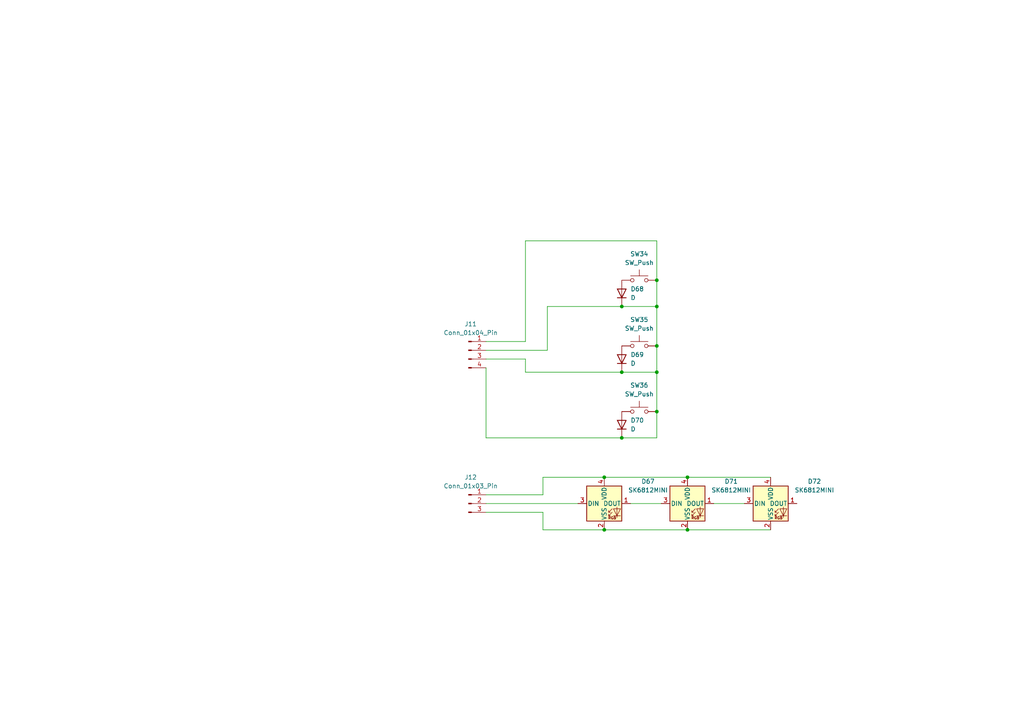
<source format=kicad_sch>
(kicad_sch (version 20250114) (generator "eeschema") (generator_version "9.0")
  (paper "A4")
  (lib_symbols
    (symbol "Connector:Conn_01x03_Pin" (pin_names (offset 1.016) (hide yes))
      (property "Reference" "J" (at 0 5.08 0))
      (property "Value" "Conn_01x03_Pin" (at 0 -5.08 0))
      (symbol "Conn_01x03_Pin_1_1"
        (rectangle (start 0.8636 2.667) (end 0 2.413) (stroke (width 0.1524)) (fill (type outline)))
        (rectangle (start 0.8636 0.127) (end 0 -0.127) (stroke (width 0.1524)) (fill (type outline)))
        (rectangle (start 0.8636 -2.413) (end 0 -2.667) (stroke (width 0.1524)) (fill (type outline)))
        (polyline (pts (xy 1.27 2.54) (xy 0.8636 2.54)) (stroke (width 0.1524)))
        (polyline (pts (xy 1.27 0) (xy 0.8636 0)) (stroke (width 0.1524)))
        (polyline (pts (xy 1.27 -2.54) (xy 0.8636 -2.54)) (stroke (width 0.1524)))
        (pin passive line (at 5.08 2.54 180) (length 3.81) (name "Pin_1") (number "1"))
        (pin passive line (at 5.08 0 180) (length 3.81) (name "Pin_2") (number "2"))
        (pin passive line (at 5.08 -2.54 180) (length 3.81) (name "Pin_3") (number "3"))
      )
    )
    (symbol "Connector:Conn_01x04_Pin" (pin_names (offset 1.016) (hide yes))
      (property "Reference" "J" (at 0 5.08 0))
      (property "Value" "Conn_01x04_Pin" (at 0 -7.62 0))
      (symbol "Conn_01x04_Pin_1_1"
        (rectangle (start 0.8636 2.667) (end 0 2.413) (stroke (width 0.1524)) (fill (type outline)))
        (rectangle (start 0.8636 0.127) (end 0 -0.127) (stroke (width 0.1524)) (fill (type outline)))
        (rectangle (start 0.8636 -2.413) (end 0 -2.667) (stroke (width 0.1524)) (fill (type outline)))
        (rectangle (start 0.8636 -4.953) (end 0 -5.207) (stroke (width 0.1524)) (fill (type outline)))
        (polyline (pts (xy 1.27 2.54) (xy 0.8636 2.54)) (stroke (width 0.1524)))
        (polyline (pts (xy 1.27 0) (xy 0.8636 0)) (stroke (width 0.1524)))
        (polyline (pts (xy 1.27 -2.54) (xy 0.8636 -2.54)) (stroke (width 0.1524)))
        (polyline (pts (xy 1.27 -5.08) (xy 0.8636 -5.08)) (stroke (width 0.1524)))
        (pin passive line (at 5.08 2.54 180) (length 3.81) (name "Pin_1") (number "1"))
        (pin passive line (at 5.08 0 180) (length 3.81) (name "Pin_2") (number "2"))
        (pin passive line (at 5.08 -2.54 180) (length 3.81) (name "Pin_3") (number "3"))
        (pin passive line (at 5.08 -5.08 180) (length 3.81) (name "Pin_4") (number "4"))
      )
    )
    (symbol "Device:D" (pin_numbers (hide yes)) (pin_names (offset 1.016) (hide yes))
      (property "Reference" "D" (at 0 2.54 0))
      (property "Value" "D" (at 0 -2.54 0))
      (symbol "D_0_1"
        (polyline (pts (xy -1.27 1.27) (xy -1.27 -1.27)) (stroke (width 0.254)))
        (polyline (pts (xy 1.27 1.27) (xy 1.27 -1.27) (xy -1.27 0) (xy 1.27 1.27)) (stroke (width 0.254)))
        (polyline (pts (xy 1.27 0) (xy -1.27 0)))
      )
      (symbol "D_1_1"
        (pin passive line (at -3.81 0 0) (length 2.54) (name "K") (number "1"))
        (pin passive line (at 3.81 0 180) (length 2.54) (name "A") (number "2"))
      )
    )
    (symbol "LED:SK6812MINI" (pin_names (offset 0.254))
      (property "Reference" "D" (at 5.08 5.715 0))
      (property "Value" "SK6812MINI" (at 1.27 -5.715 0))
      (symbol "SK6812MINI_0_0"
        (text "RGB" (at 2.286 -4.191 0) (effects (font (size 0.762 0.762))))
      )
      (symbol "SK6812MINI_0_1"
        (polyline (pts (xy 1.27 -2.54) (xy 1.778 -2.54)))
        (polyline (pts (xy 1.27 -3.556) (xy 1.778 -3.556)))
        (polyline (pts (xy 2.286 -1.524) (xy 1.27 -2.54) (xy 1.27 -2.032)))
        (polyline (pts (xy 2.286 -2.54) (xy 1.27 -3.556) (xy 1.27 -3.048)))
        (polyline (pts (xy 3.683 -1.016) (xy 3.683 -3.556) (xy 3.683 -4.064)))
        (polyline (pts (xy 4.699 -1.524) (xy 2.667 -1.524) (xy 3.683 -3.556) (xy 4.699 -1.524)))
        (polyline (pts (xy 4.699 -3.556) (xy 2.667 -3.556)))
        (rectangle (start 5.08 5.08) (end -5.08 -5.08) (stroke (width 0.254)) (fill (type background)))
      )
      (symbol "SK6812MINI_1_1"
        (pin input line (at -7.62 0 0) (length 2.54) (name "DIN") (number "3"))
        (pin power_in line (at 0 7.62 270) (length 2.54) (name "VDD") (number "4"))
        (pin power_in line (at 0 -7.62 90) (length 2.54) (name "VSS") (number "2"))
        (pin output line (at 7.62 0 180) (length 2.54) (name "DOUT") (number "1"))
      )
    )
    (symbol "Switch:SW_Push" (pin_numbers (hide yes)) (pin_names (offset 1.016) (hide yes))
      (property "Reference" "SW" (at 1.27 2.54 0))
      (property "Value" "SW_Push" (at 0 -1.524 0))
      (symbol "SW_Push_0_1"
        (circle (center -2.032 0) (radius 0.508))
        (polyline (pts (xy 0 1.27) (xy 0 3.048)))
        (circle (center 2.032 0) (radius 0.508))
        (polyline (pts (xy 2.54 1.27) (xy -2.54 1.27)))
        (pin passive line (at -5.08 0 0) (length 2.54) (name "1") (number "1"))
        (pin passive line (at 5.08 0 180) (length 2.54) (name "2") (number "2"))
      )
    )
  )
  (junction (at 190.5 107.95))
  (junction (at 175.26 153.67))
  (junction (at 190.5 81.28))
  (junction (at 190.5 119.38))
  (junction (at 199.39 153.67))
  (junction (at 180.34 88.9))
  (junction (at 180.34 107.95))
  (junction (at 180.34 127))
  (junction (at 190.5 88.9))
  (junction (at 190.5 100.33))
  (junction (at 175.26 138.43))
  (junction (at 199.39 138.43))
  (wire (pts (xy 199.39 153.67) (xy 223.52 153.67)))
  (wire (pts (xy 158.75 101.6) (xy 140.97 101.6)))
  (wire (pts (xy 140.97 127) (xy 140.97 106.68)))
  (wire (pts (xy 180.34 88.9) (xy 190.5 88.9)))
  (wire (pts (xy 157.48 138.43) (xy 175.26 138.43)))
  (wire (pts (xy 158.75 88.9) (xy 180.34 88.9)))
  (wire (pts (xy 157.48 148.59) (xy 157.48 153.67)))
  (wire (pts (xy 180.34 127) (xy 190.5 127)))
  (wire (pts (xy 190.5 81.28) (xy 190.5 88.9)))
  (wire (pts (xy 199.39 138.43) (xy 223.52 138.43)))
  (wire (pts (xy 175.26 153.67) (xy 199.39 153.67)))
  (wire (pts (xy 157.48 143.51) (xy 157.48 138.43)))
  (wire (pts (xy 190.5 69.85) (xy 152.4 69.85)))
  (wire (pts (xy 190.5 119.38) (xy 190.5 127)))
  (wire (pts (xy 158.75 88.9) (xy 158.75 101.6)))
  (wire (pts (xy 190.5 69.85) (xy 190.5 81.28)))
  (wire (pts (xy 190.5 100.33) (xy 190.5 107.95)))
  (wire (pts (xy 140.97 146.05) (xy 167.64 146.05)))
  (wire (pts (xy 175.26 138.43) (xy 199.39 138.43)))
  (wire (pts (xy 152.4 104.14) (xy 140.97 104.14)))
  (wire (pts (xy 207.01 146.05) (xy 215.9 146.05)))
  (wire (pts (xy 140.97 148.59) (xy 157.48 148.59)))
  (wire (pts (xy 190.5 107.95) (xy 190.5 119.38)))
  (wire (pts (xy 157.48 153.67) (xy 175.26 153.67)))
  (wire (pts (xy 152.4 99.06) (xy 140.97 99.06)))
  (wire (pts (xy 152.4 107.95) (xy 152.4 104.14)))
  (wire (pts (xy 182.88 146.05) (xy 191.77 146.05)))
  (wire (pts (xy 190.5 88.9) (xy 190.5 100.33)))
  (wire (pts (xy 180.34 107.95) (xy 190.5 107.95)))
  (wire (pts (xy 140.97 127) (xy 180.34 127)))
  (wire (pts (xy 152.4 69.85) (xy 152.4 99.06)))
  (wire (pts (xy 152.4 107.95) (xy 180.34 107.95)))
  (wire (pts (xy 140.97 143.51) (xy 157.48 143.51)))
  (symbol (lib_id "Device:D") (at 180.34 123.19 90) (unit 1)
    (property "Reference" "D70" (at 182.88 121.9199 90) (effects (justify right)))
    (property "Value" "D" (at 182.88 124.4599 90) (effects (justify right)))
    (property "Footprint" "Diode_THT:D_DO-35_SOD27_P7.62mm_Horizontal" (effects (hide yes)))
    (property "Description" "Diode" (effects (hide yes)))
    (property "Sim.Device" "D" (effects (hide yes)))
    (property "Sim.Pins" "1=K 2=A" (effects (hide yes)))
    (instances (project "Keyboard" (path "" (reference "D70") (unit 1)) (path "" (reference "D18") (unit 1))))
  )
  (symbol (lib_id "Switch:SW_Push") (at 185.42 81.28 0) (unit 1)
    (property "Reference" "SW34" (at 185.42 73.66 0))
    (property "Value" "SW_Push" (at 185.42 76.2 0))
    (property "Footprint" "Choc-V1:Kailh-PG1353-Solderable-1U" (effects (hide yes)))
    (property "Description" "Push button switch, generic, two pins" (effects (hide yes)))
    (instances (project "Keyboard" (path "" (reference "SW34") (unit 1)) (path "" (reference "SW16") (unit 1))))
  )
  (symbol (lib_id "LED:SK6812MINI") (at 175.26 146.05 0) (unit 1)
    (property "Reference" "D67" (at 187.96 139.6298 0))
    (property "Value" "SK6812MINI" (at 187.96 142.1698 0))
    (property "Footprint" "LED_SMD:LED_SK6812MINI_PLCC4_3.5x3.5mm_P1.75mm" (effects (hide yes)))
    (property "Datasheet" "https://cdn-shop.adafruit.com/product-files/2686/SK6812MINI_REV.01-1-2.pdf" (effects (hide yes)))
    (property "Description" "RGB LED with integrated controller" (effects (hide yes)))
    (instances (project "Keyboard" (path "" (reference "D67") (unit 1)) (path "" (reference "D49") (unit 1))))
  )
  (symbol (lib_id "Switch:SW_Push") (at 185.42 119.38 0) (unit 1)
    (property "Reference" "SW36" (at 185.42 111.76 0))
    (property "Value" "SW_Push" (at 185.42 114.3 0))
    (property "Footprint" "Choc-V1:Kailh-PG1353-Solderable-1U" (effects (hide yes)))
    (property "Description" "Push button switch, generic, two pins" (effects (hide yes)))
    (instances (project "Keyboard" (path "" (reference "SW36") (unit 1)) (path "" (reference "SW18") (unit 1))))
  )
  (symbol (lib_id "Connector:Conn_01x03_Pin") (at 135.89 146.05 0) (unit 1)
    (property "Reference" "J12" (at 136.525 138.43 0))
    (property "Value" "Conn_01x03_Pin" (at 136.525 140.97 0))
    (property "Footprint" "Connector_PinSocket_2.54mm:PinSocket_1x03_P2.54mm_Vertical" (effects (hide yes)))
    (property "Description" "Generic connector, single row, 01x03, script generated" (effects (hide yes)))
    (instances (project "Keyboard" (path "" (reference "J12") (unit 1)) (path "" (reference "J7") (unit 1))))
  )
  (symbol (lib_id "Switch:SW_Push") (at 185.42 100.33 0) (unit 1)
    (property "Reference" "SW35" (at 185.42 92.71 0))
    (property "Value" "SW_Push" (at 185.42 95.25 0))
    (property "Footprint" "Choc-V1:Kailh-PG1353-Solderable-1U" (effects (hide yes)))
    (property "Description" "Push button switch, generic, two pins" (effects (hide yes)))
    (instances (project "Keyboard" (path "" (reference "SW35") (unit 1)) (path "" (reference "SW17") (unit 1))))
  )
  (symbol (lib_id "Device:D") (at 180.34 104.14 90) (unit 1)
    (property "Reference" "D69" (at 182.88 102.8699 90) (effects (justify right)))
    (property "Value" "D" (at 182.88 105.4099 90) (effects (justify right)))
    (property "Footprint" "Diode_THT:D_DO-35_SOD27_P7.62mm_Horizontal" (effects (hide yes)))
    (property "Description" "Diode" (effects (hide yes)))
    (property "Sim.Device" "D" (effects (hide yes)))
    (property "Sim.Pins" "1=K 2=A" (effects (hide yes)))
    (instances (project "Keyboard" (path "" (reference "D69") (unit 1)) (path "" (reference "D17") (unit 1))))
  )
  (symbol (lib_id "LED:SK6812MINI") (at 199.39 146.05 0) (unit 1)
    (property "Reference" "D71" (at 212.09 139.6298 0))
    (property "Value" "SK6812MINI" (at 212.09 142.1698 0))
    (property "Footprint" "LED_SMD:LED_SK6812MINI_PLCC4_3.5x3.5mm_P1.75mm" (effects (hide yes)))
    (property "Datasheet" "https://cdn-shop.adafruit.com/product-files/2686/SK6812MINI_REV.01-1-2.pdf" (effects (hide yes)))
    (property "Description" "RGB LED with integrated controller" (effects (hide yes)))
    (instances (project "Keyboard" (path "" (reference "D71") (unit 1)) (path "" (reference "D50") (unit 1))))
  )
  (symbol (lib_id "Device:D") (at 180.34 85.09 90) (unit 1)
    (property "Reference" "D68" (at 182.88 83.8199 90) (effects (justify right)))
    (property "Value" "D" (at 182.88 86.3599 90) (effects (justify right)))
    (property "Footprint" "Diode_THT:D_DO-35_SOD27_P7.62mm_Horizontal" (effects (hide yes)))
    (property "Description" "Diode" (effects (hide yes)))
    (property "Sim.Device" "D" (effects (hide yes)))
    (property "Sim.Pins" "1=K 2=A" (effects (hide yes)))
    (instances (project "Keyboard" (path "" (reference "D68") (unit 1)) (path "" (reference "D16") (unit 1))))
  )
  (symbol (lib_id "LED:SK6812MINI") (at 223.52 146.05 0) (unit 1)
    (property "Reference" "D72" (at 236.22 139.6298 0))
    (property "Value" "SK6812MINI" (at 236.22 142.1698 0))
    (property "Footprint" "LED_SMD:LED_SK6812MINI_PLCC4_3.5x3.5mm_P1.75mm" (effects (hide yes)))
    (property "Datasheet" "https://cdn-shop.adafruit.com/product-files/2686/SK6812MINI_REV.01-1-2.pdf" (effects (hide yes)))
    (property "Description" "RGB LED with integrated controller" (effects (hide yes)))
    (instances (project "Keyboard" (path "" (reference "D72") (unit 1)) (path "" (reference "D51") (unit 1))))
  )
  (symbol (lib_id "Connector:Conn_01x04_Pin") (at 135.89 101.6 0) (unit 1)
    (property "Reference" "J11" (at 136.525 93.98 0))
    (property "Value" "Conn_01x04_Pin" (at 136.525 96.52 0))
    (property "Footprint" "Connector_PinSocket_2.54mm:PinSocket_1x04_P2.54mm_Vertical" (effects (hide yes)))
    (property "Description" "Generic connector, single row, 01x04, script generated" (effects (hide yes)))
    (instances (project "Keyboard" (path "" (reference "J11") (unit 1)) (path "" (reference "J6") (unit 1))))
  )
)
</source>
